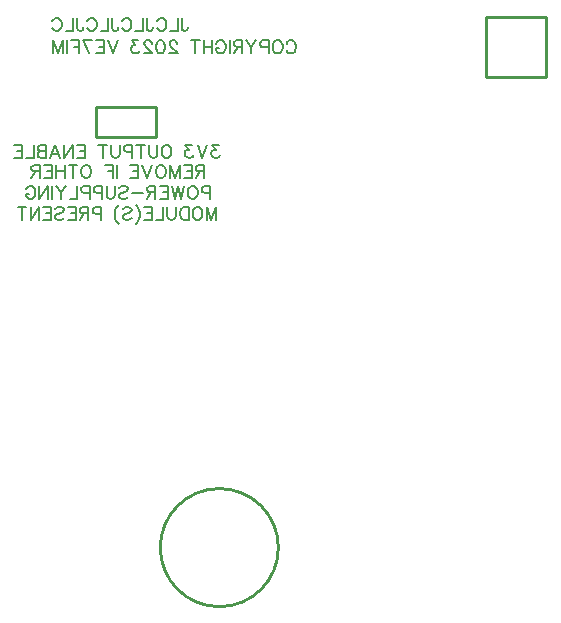
<source format=gbo>
G04 Layer: BottomSilkscreenLayer*
G04 Panelize: Stamp Hole, Column: 2, Row: 2, Board Size: 58.42mm x 58.42mm, Panelized Board Size: 122.84mm x 122.84mm*
G04 EasyEDA v6.5.38, 2023-12-21 15:28:39*
G04 fd97eb0cb9c34c2b97cff67de17a6c99,5a6b42c53f6a479593ecc07194224c93,10*
G04 Gerber Generator version 0.2*
G04 Scale: 100 percent, Rotated: No, Reflected: No *
G04 Dimensions in millimeters *
G04 leading zeros omitted , absolute positions ,4 integer and 5 decimal *
%FSLAX45Y45*%
%MOMM*%

%ADD10C,0.1520*%
%ADD11C,0.1524*%
%ADD12C,0.2540*%

%LPD*%
D10*
X1865744Y5703338D02*
G01*
X1865744Y5620212D01*
X1870941Y5604624D01*
X1876135Y5599429D01*
X1886526Y5594235D01*
X1896917Y5594235D01*
X1907308Y5599429D01*
X1912505Y5604624D01*
X1917700Y5620212D01*
X1917700Y5630603D01*
X1831454Y5703338D02*
G01*
X1831454Y5594235D01*
X1831454Y5594235D02*
G01*
X1769110Y5594235D01*
X1656887Y5677362D02*
G01*
X1662084Y5687753D01*
X1672475Y5698144D01*
X1682864Y5703338D01*
X1703646Y5703338D01*
X1714037Y5698144D01*
X1724428Y5687753D01*
X1729625Y5677362D01*
X1734820Y5661774D01*
X1734820Y5635797D01*
X1729625Y5620212D01*
X1724428Y5609821D01*
X1714037Y5599429D01*
X1703646Y5594235D01*
X1682864Y5594235D01*
X1672475Y5599429D01*
X1662084Y5609821D01*
X1656887Y5620212D01*
X1570644Y5703338D02*
G01*
X1570644Y5620212D01*
X1575838Y5604624D01*
X1581035Y5599429D01*
X1591424Y5594235D01*
X1601815Y5594235D01*
X1612206Y5599429D01*
X1617403Y5604624D01*
X1622597Y5620212D01*
X1622597Y5630603D01*
X1536354Y5703338D02*
G01*
X1536354Y5594235D01*
X1536354Y5594235D02*
G01*
X1474007Y5594235D01*
X1361785Y5677362D02*
G01*
X1366982Y5687753D01*
X1377373Y5698144D01*
X1387764Y5703338D01*
X1408544Y5703338D01*
X1418935Y5698144D01*
X1429326Y5687753D01*
X1434523Y5677362D01*
X1439717Y5661774D01*
X1439717Y5635797D01*
X1434523Y5620212D01*
X1429326Y5609821D01*
X1418935Y5599429D01*
X1408544Y5594235D01*
X1387764Y5594235D01*
X1377373Y5599429D01*
X1366982Y5609821D01*
X1361785Y5620212D01*
X1275542Y5703338D02*
G01*
X1275542Y5620212D01*
X1280736Y5604624D01*
X1285933Y5599429D01*
X1296324Y5594235D01*
X1306715Y5594235D01*
X1317104Y5599429D01*
X1322301Y5604624D01*
X1327495Y5620212D01*
X1327495Y5630603D01*
X1241252Y5703338D02*
G01*
X1241252Y5594235D01*
X1241252Y5594235D02*
G01*
X1178905Y5594235D01*
X1066685Y5677362D02*
G01*
X1071879Y5687753D01*
X1082271Y5698144D01*
X1092662Y5703338D01*
X1113444Y5703338D01*
X1123835Y5698144D01*
X1134224Y5687753D01*
X1139421Y5677362D01*
X1144615Y5661774D01*
X1144615Y5635797D01*
X1139421Y5620212D01*
X1134224Y5609821D01*
X1123835Y5599429D01*
X1113444Y5594235D01*
X1092662Y5594235D01*
X1082271Y5599429D01*
X1071879Y5609821D01*
X1066685Y5620212D01*
X980439Y5703338D02*
G01*
X980439Y5620212D01*
X985634Y5604624D01*
X990831Y5599429D01*
X1001222Y5594235D01*
X1011613Y5594235D01*
X1022004Y5599429D01*
X1027198Y5604624D01*
X1032395Y5620212D01*
X1032395Y5630603D01*
X946150Y5703338D02*
G01*
X946150Y5594235D01*
X946150Y5594235D02*
G01*
X883805Y5594235D01*
X771583Y5677362D02*
G01*
X776777Y5687753D01*
X787168Y5698144D01*
X797560Y5703338D01*
X818342Y5703338D01*
X828733Y5698144D01*
X839124Y5687753D01*
X844318Y5677362D01*
X849515Y5661774D01*
X849515Y5635797D01*
X844318Y5620212D01*
X839124Y5609821D01*
X828733Y5599429D01*
X818342Y5594235D01*
X797560Y5594235D01*
X787168Y5599429D01*
X776777Y5609821D01*
X771583Y5620212D01*
D11*
X2754167Y5486862D02*
G01*
X2759364Y5497253D01*
X2769755Y5507644D01*
X2780144Y5512838D01*
X2800926Y5512838D01*
X2811317Y5507644D01*
X2821708Y5497253D01*
X2826905Y5486862D01*
X2832100Y5471274D01*
X2832100Y5445297D01*
X2826905Y5429712D01*
X2821708Y5419321D01*
X2811317Y5408929D01*
X2800926Y5403735D01*
X2780144Y5403735D01*
X2769755Y5408929D01*
X2759364Y5419321D01*
X2754167Y5429712D01*
X2688704Y5512838D02*
G01*
X2699095Y5507644D01*
X2709486Y5497253D01*
X2714683Y5486862D01*
X2719877Y5471274D01*
X2719877Y5445297D01*
X2714683Y5429712D01*
X2709486Y5419321D01*
X2699095Y5408929D01*
X2688704Y5403735D01*
X2667924Y5403735D01*
X2657533Y5408929D01*
X2647142Y5419321D01*
X2641945Y5429712D01*
X2636751Y5445297D01*
X2636751Y5471274D01*
X2641945Y5486862D01*
X2647142Y5497253D01*
X2657533Y5507644D01*
X2667924Y5512838D01*
X2688704Y5512838D01*
X2602461Y5512838D02*
G01*
X2602461Y5403735D01*
X2602461Y5512838D02*
G01*
X2555702Y5512838D01*
X2540114Y5507644D01*
X2534920Y5502447D01*
X2529725Y5492056D01*
X2529725Y5476471D01*
X2534920Y5466079D01*
X2540114Y5460885D01*
X2555702Y5455688D01*
X2602461Y5455688D01*
X2495435Y5512838D02*
G01*
X2453871Y5460885D01*
X2453871Y5403735D01*
X2412306Y5512838D02*
G01*
X2453871Y5460885D01*
X2378016Y5512838D02*
G01*
X2378016Y5403735D01*
X2378016Y5512838D02*
G01*
X2331257Y5512838D01*
X2315672Y5507644D01*
X2310475Y5502447D01*
X2305281Y5492056D01*
X2305281Y5481665D01*
X2310475Y5471274D01*
X2315672Y5466079D01*
X2331257Y5460885D01*
X2378016Y5460885D01*
X2341648Y5460885D02*
G01*
X2305281Y5403735D01*
X2270991Y5512838D02*
G01*
X2270991Y5403735D01*
X2158768Y5486862D02*
G01*
X2163965Y5497253D01*
X2174354Y5507644D01*
X2184745Y5512838D01*
X2205527Y5512838D01*
X2215918Y5507644D01*
X2226309Y5497253D01*
X2231504Y5486862D01*
X2236701Y5471274D01*
X2236701Y5445297D01*
X2231504Y5429712D01*
X2226309Y5419321D01*
X2215918Y5408929D01*
X2205527Y5403735D01*
X2184745Y5403735D01*
X2174354Y5408929D01*
X2163965Y5419321D01*
X2158768Y5429712D01*
X2158768Y5445297D01*
X2184745Y5445297D02*
G01*
X2158768Y5445297D01*
X2124478Y5512838D02*
G01*
X2124478Y5403735D01*
X2051743Y5512838D02*
G01*
X2051743Y5403735D01*
X2124478Y5460885D02*
G01*
X2051743Y5460885D01*
X1981085Y5512838D02*
G01*
X1981085Y5403735D01*
X2017453Y5512838D02*
G01*
X1944715Y5512838D01*
X1825221Y5486862D02*
G01*
X1825221Y5492056D01*
X1820024Y5502447D01*
X1814829Y5507644D01*
X1804438Y5512838D01*
X1783656Y5512838D01*
X1773265Y5507644D01*
X1768071Y5502447D01*
X1762874Y5492056D01*
X1762874Y5481665D01*
X1768071Y5471274D01*
X1778462Y5455688D01*
X1830415Y5403735D01*
X1757679Y5403735D01*
X1692216Y5512838D02*
G01*
X1707804Y5507644D01*
X1718195Y5492056D01*
X1723389Y5466079D01*
X1723389Y5450494D01*
X1718195Y5424515D01*
X1707804Y5408929D01*
X1692216Y5403735D01*
X1681825Y5403735D01*
X1666239Y5408929D01*
X1655848Y5424515D01*
X1650654Y5450494D01*
X1650654Y5466079D01*
X1655848Y5492056D01*
X1666239Y5507644D01*
X1681825Y5512838D01*
X1692216Y5512838D01*
X1611167Y5486862D02*
G01*
X1611167Y5492056D01*
X1605973Y5502447D01*
X1600776Y5507644D01*
X1590385Y5512838D01*
X1569605Y5512838D01*
X1559214Y5507644D01*
X1554017Y5502447D01*
X1548823Y5492056D01*
X1548823Y5481665D01*
X1554017Y5471274D01*
X1564408Y5455688D01*
X1616364Y5403735D01*
X1543626Y5403735D01*
X1498945Y5512838D02*
G01*
X1441795Y5512838D01*
X1472968Y5471274D01*
X1457383Y5471274D01*
X1446992Y5466079D01*
X1441795Y5460885D01*
X1436601Y5445297D01*
X1436601Y5434906D01*
X1441795Y5419321D01*
X1452186Y5408929D01*
X1467774Y5403735D01*
X1483360Y5403735D01*
X1498945Y5408929D01*
X1504142Y5414124D01*
X1509336Y5424515D01*
X1322301Y5512838D02*
G01*
X1280736Y5403735D01*
X1239174Y5512838D02*
G01*
X1280736Y5403735D01*
X1204884Y5512838D02*
G01*
X1204884Y5403735D01*
X1204884Y5512838D02*
G01*
X1137343Y5512838D01*
X1204884Y5460885D02*
G01*
X1163320Y5460885D01*
X1204884Y5403735D02*
G01*
X1137343Y5403735D01*
X1030315Y5512838D02*
G01*
X1082271Y5403735D01*
X1103053Y5512838D02*
G01*
X1030315Y5512838D01*
X996025Y5512838D02*
G01*
X996025Y5403735D01*
X996025Y5512838D02*
G01*
X928484Y5512838D01*
X996025Y5460885D02*
G01*
X954463Y5460885D01*
X894194Y5512838D02*
G01*
X894194Y5403735D01*
X859904Y5512838D02*
G01*
X859904Y5403735D01*
X859904Y5512838D02*
G01*
X818342Y5403735D01*
X776777Y5512838D02*
G01*
X818342Y5403735D01*
X776777Y5512838D02*
G01*
X776777Y5403735D01*
X2179271Y4628728D02*
G01*
X2122121Y4628728D01*
X2153295Y4587163D01*
X2137707Y4587163D01*
X2127318Y4581969D01*
X2122121Y4576775D01*
X2116927Y4561187D01*
X2116927Y4550796D01*
X2122121Y4535210D01*
X2132512Y4524819D01*
X2148098Y4519625D01*
X2163686Y4519625D01*
X2179271Y4524819D01*
X2184468Y4530013D01*
X2189662Y4540404D01*
X2082637Y4628728D02*
G01*
X2041072Y4519625D01*
X1999508Y4628728D02*
G01*
X2041072Y4519625D01*
X1954827Y4628728D02*
G01*
X1897677Y4628728D01*
X1928850Y4587163D01*
X1913265Y4587163D01*
X1902874Y4581969D01*
X1897677Y4576775D01*
X1892482Y4561187D01*
X1892482Y4550796D01*
X1897677Y4535210D01*
X1908068Y4524819D01*
X1923656Y4519625D01*
X1939241Y4519625D01*
X1954827Y4524819D01*
X1960024Y4530013D01*
X1965218Y4540404D01*
X1747009Y4628728D02*
G01*
X1757400Y4623534D01*
X1767791Y4613142D01*
X1772988Y4602751D01*
X1778182Y4587163D01*
X1778182Y4561187D01*
X1772988Y4545601D01*
X1767791Y4535210D01*
X1757400Y4524819D01*
X1747009Y4519625D01*
X1726227Y4519625D01*
X1715838Y4524819D01*
X1705447Y4535210D01*
X1700250Y4545601D01*
X1695056Y4561187D01*
X1695056Y4587163D01*
X1700250Y4602751D01*
X1705447Y4613142D01*
X1715838Y4623534D01*
X1726227Y4628728D01*
X1747009Y4628728D01*
X1660766Y4628728D02*
G01*
X1660766Y4550796D01*
X1655569Y4535210D01*
X1645178Y4524819D01*
X1629592Y4519625D01*
X1619201Y4519625D01*
X1603616Y4524819D01*
X1593225Y4535210D01*
X1588028Y4550796D01*
X1588028Y4628728D01*
X1517370Y4628728D02*
G01*
X1517370Y4519625D01*
X1553738Y4628728D02*
G01*
X1481002Y4628728D01*
X1446712Y4628728D02*
G01*
X1446712Y4519625D01*
X1446712Y4628728D02*
G01*
X1399954Y4628728D01*
X1384368Y4623534D01*
X1379171Y4618337D01*
X1373977Y4607946D01*
X1373977Y4592360D01*
X1379171Y4581969D01*
X1384368Y4576775D01*
X1399954Y4571578D01*
X1446712Y4571578D01*
X1339687Y4628728D02*
G01*
X1339687Y4550796D01*
X1334490Y4535210D01*
X1324099Y4524819D01*
X1308514Y4519625D01*
X1298122Y4519625D01*
X1282537Y4524819D01*
X1272146Y4535210D01*
X1266949Y4550796D01*
X1266949Y4628728D01*
X1196291Y4628728D02*
G01*
X1196291Y4519625D01*
X1232659Y4628728D02*
G01*
X1159924Y4628728D01*
X1045624Y4628728D02*
G01*
X1045624Y4519625D01*
X1045624Y4628728D02*
G01*
X978082Y4628728D01*
X1045624Y4576775D02*
G01*
X1004059Y4576775D01*
X1045624Y4519625D02*
G01*
X978082Y4519625D01*
X943792Y4628728D02*
G01*
X943792Y4519625D01*
X943792Y4628728D02*
G01*
X871057Y4519625D01*
X871057Y4628728D02*
G01*
X871057Y4519625D01*
X795202Y4628728D02*
G01*
X836767Y4519625D01*
X795202Y4628728D02*
G01*
X753638Y4519625D01*
X821179Y4555992D02*
G01*
X769226Y4555992D01*
X719348Y4628728D02*
G01*
X719348Y4519625D01*
X719348Y4628728D02*
G01*
X672589Y4628728D01*
X657004Y4623534D01*
X651807Y4618337D01*
X646612Y4607946D01*
X646612Y4597554D01*
X651807Y4587163D01*
X657004Y4581969D01*
X672589Y4576775D01*
X719348Y4576775D02*
G01*
X672589Y4576775D01*
X657004Y4571578D01*
X651807Y4566384D01*
X646612Y4555992D01*
X646612Y4540404D01*
X651807Y4530013D01*
X657004Y4524819D01*
X672589Y4519625D01*
X719348Y4519625D01*
X612322Y4628728D02*
G01*
X612322Y4519625D01*
X612322Y4519625D02*
G01*
X549978Y4519625D01*
X515688Y4628728D02*
G01*
X515688Y4519625D01*
X515688Y4628728D02*
G01*
X448147Y4628728D01*
X515688Y4576775D02*
G01*
X474124Y4576775D01*
X515688Y4519625D02*
G01*
X448147Y4519625D01*
X2057394Y4458731D02*
G01*
X2057394Y4349628D01*
X2057394Y4458731D02*
G01*
X2010636Y4458731D01*
X1995050Y4453536D01*
X1989853Y4448340D01*
X1984659Y4437948D01*
X1984659Y4427557D01*
X1989853Y4417166D01*
X1995050Y4411972D01*
X2010636Y4406778D01*
X2057394Y4406778D01*
X2021027Y4406778D02*
G01*
X1984659Y4349628D01*
X1950369Y4458731D02*
G01*
X1950369Y4349628D01*
X1950369Y4458731D02*
G01*
X1882828Y4458731D01*
X1950369Y4406778D02*
G01*
X1908804Y4406778D01*
X1950369Y4349628D02*
G01*
X1882828Y4349628D01*
X1848538Y4458731D02*
G01*
X1848538Y4349628D01*
X1848538Y4458731D02*
G01*
X1806973Y4349628D01*
X1765409Y4458731D02*
G01*
X1806973Y4349628D01*
X1765409Y4458731D02*
G01*
X1765409Y4349628D01*
X1699948Y4458731D02*
G01*
X1710339Y4453536D01*
X1720730Y4443145D01*
X1725924Y4432754D01*
X1731119Y4417166D01*
X1731119Y4391190D01*
X1725924Y4375604D01*
X1720730Y4365213D01*
X1710339Y4354822D01*
X1699948Y4349628D01*
X1679166Y4349628D01*
X1668774Y4354822D01*
X1658383Y4365213D01*
X1653189Y4375604D01*
X1647992Y4391190D01*
X1647992Y4417166D01*
X1653189Y4432754D01*
X1658383Y4443145D01*
X1668774Y4453536D01*
X1679166Y4458731D01*
X1699948Y4458731D01*
X1613702Y4458731D02*
G01*
X1572140Y4349628D01*
X1530576Y4458731D02*
G01*
X1572140Y4349628D01*
X1496286Y4458731D02*
G01*
X1496286Y4349628D01*
X1496286Y4458731D02*
G01*
X1428744Y4458731D01*
X1496286Y4406778D02*
G01*
X1454721Y4406778D01*
X1496286Y4349628D02*
G01*
X1428744Y4349628D01*
X1314444Y4458731D02*
G01*
X1314444Y4349628D01*
X1280154Y4458731D02*
G01*
X1280154Y4349628D01*
X1280154Y4458731D02*
G01*
X1212613Y4458731D01*
X1280154Y4406778D02*
G01*
X1238590Y4406778D01*
X1067140Y4458731D02*
G01*
X1077531Y4453536D01*
X1087922Y4443145D01*
X1093119Y4432754D01*
X1098313Y4417166D01*
X1098313Y4391190D01*
X1093119Y4375604D01*
X1087922Y4365213D01*
X1077531Y4354822D01*
X1067140Y4349628D01*
X1046360Y4349628D01*
X1035969Y4354822D01*
X1025578Y4365213D01*
X1020381Y4375604D01*
X1015187Y4391190D01*
X1015187Y4417166D01*
X1020381Y4432754D01*
X1025578Y4443145D01*
X1035969Y4453536D01*
X1046360Y4458731D01*
X1067140Y4458731D01*
X944529Y4458731D02*
G01*
X944529Y4349628D01*
X980897Y4458731D02*
G01*
X908159Y4458731D01*
X873869Y4458731D02*
G01*
X873869Y4349628D01*
X801133Y4458731D02*
G01*
X801133Y4349628D01*
X873869Y4406778D02*
G01*
X801133Y4406778D01*
X766843Y4458731D02*
G01*
X766843Y4349628D01*
X766843Y4458731D02*
G01*
X699302Y4458731D01*
X766843Y4406778D02*
G01*
X725279Y4406778D01*
X766843Y4349628D02*
G01*
X699302Y4349628D01*
X665012Y4458731D02*
G01*
X665012Y4349628D01*
X665012Y4458731D02*
G01*
X618253Y4458731D01*
X602668Y4453536D01*
X597471Y4448340D01*
X592277Y4437948D01*
X592277Y4427557D01*
X597471Y4417166D01*
X602668Y4411972D01*
X618253Y4406778D01*
X665012Y4406778D01*
X628644Y4406778D02*
G01*
X592277Y4349628D01*
X2108194Y4280931D02*
G01*
X2108194Y4171828D01*
X2108194Y4280931D02*
G01*
X2061436Y4280931D01*
X2045850Y4275736D01*
X2040653Y4270540D01*
X2035459Y4260148D01*
X2035459Y4244563D01*
X2040653Y4234172D01*
X2045850Y4228978D01*
X2061436Y4223781D01*
X2108194Y4223781D01*
X1969996Y4280931D02*
G01*
X1980387Y4275736D01*
X1990778Y4265345D01*
X1995972Y4254954D01*
X2001169Y4239366D01*
X2001169Y4213390D01*
X1995972Y4197804D01*
X1990778Y4187413D01*
X1980387Y4177022D01*
X1969996Y4171828D01*
X1949213Y4171828D01*
X1938822Y4177022D01*
X1928431Y4187413D01*
X1923237Y4197804D01*
X1918040Y4213390D01*
X1918040Y4239366D01*
X1923237Y4254954D01*
X1928431Y4265345D01*
X1938822Y4275736D01*
X1949213Y4280931D01*
X1969996Y4280931D01*
X1883750Y4280931D02*
G01*
X1857773Y4171828D01*
X1831797Y4280931D02*
G01*
X1857773Y4171828D01*
X1831797Y4280931D02*
G01*
X1805820Y4171828D01*
X1779841Y4280931D02*
G01*
X1805820Y4171828D01*
X1745551Y4280931D02*
G01*
X1745551Y4171828D01*
X1745551Y4280931D02*
G01*
X1678010Y4280931D01*
X1745551Y4228978D02*
G01*
X1703989Y4228978D01*
X1745551Y4171828D02*
G01*
X1678010Y4171828D01*
X1643720Y4280931D02*
G01*
X1643720Y4171828D01*
X1643720Y4280931D02*
G01*
X1596961Y4280931D01*
X1581376Y4275736D01*
X1576179Y4270540D01*
X1570984Y4260148D01*
X1570984Y4249757D01*
X1576179Y4239366D01*
X1581376Y4234172D01*
X1596961Y4228978D01*
X1643720Y4228978D01*
X1607352Y4228978D02*
G01*
X1570984Y4171828D01*
X1536694Y4218586D02*
G01*
X1443177Y4218586D01*
X1336149Y4265345D02*
G01*
X1346540Y4275736D01*
X1362128Y4280931D01*
X1382910Y4280931D01*
X1398496Y4275736D01*
X1408887Y4265345D01*
X1408887Y4254954D01*
X1403690Y4244563D01*
X1398496Y4239366D01*
X1388104Y4234172D01*
X1356931Y4223781D01*
X1346540Y4218586D01*
X1341346Y4213390D01*
X1336149Y4202998D01*
X1336149Y4187413D01*
X1346540Y4177022D01*
X1362128Y4171828D01*
X1382910Y4171828D01*
X1398496Y4177022D01*
X1408887Y4187413D01*
X1301859Y4280931D02*
G01*
X1301859Y4202998D01*
X1296664Y4187413D01*
X1286273Y4177022D01*
X1270688Y4171828D01*
X1260297Y4171828D01*
X1244709Y4177022D01*
X1234320Y4187413D01*
X1229123Y4202998D01*
X1229123Y4280931D01*
X1194833Y4280931D02*
G01*
X1194833Y4171828D01*
X1194833Y4280931D02*
G01*
X1148074Y4280931D01*
X1132489Y4275736D01*
X1127292Y4270540D01*
X1122098Y4260148D01*
X1122098Y4244563D01*
X1127292Y4234172D01*
X1132489Y4228978D01*
X1148074Y4223781D01*
X1194833Y4223781D01*
X1087808Y4280931D02*
G01*
X1087808Y4171828D01*
X1087808Y4280931D02*
G01*
X1041049Y4280931D01*
X1025461Y4275736D01*
X1020267Y4270540D01*
X1015070Y4260148D01*
X1015070Y4244563D01*
X1020267Y4234172D01*
X1025461Y4228978D01*
X1041049Y4223781D01*
X1087808Y4223781D01*
X980780Y4280931D02*
G01*
X980780Y4171828D01*
X980780Y4171828D02*
G01*
X918436Y4171828D01*
X884146Y4280931D02*
G01*
X842581Y4228978D01*
X842581Y4171828D01*
X801019Y4280931D02*
G01*
X842581Y4228978D01*
X766729Y4280931D02*
G01*
X766729Y4171828D01*
X732439Y4280931D02*
G01*
X732439Y4171828D01*
X732439Y4280931D02*
G01*
X659701Y4171828D01*
X659701Y4280931D02*
G01*
X659701Y4171828D01*
X547479Y4254954D02*
G01*
X552676Y4265345D01*
X563067Y4275736D01*
X573458Y4280931D01*
X594240Y4280931D01*
X604629Y4275736D01*
X615020Y4265345D01*
X620217Y4254954D01*
X625411Y4239366D01*
X625411Y4213390D01*
X620217Y4197804D01*
X615020Y4187413D01*
X604629Y4177022D01*
X594240Y4171828D01*
X573458Y4171828D01*
X563067Y4177022D01*
X552676Y4187413D01*
X547479Y4197804D01*
X547479Y4213390D01*
X573458Y4213390D02*
G01*
X547479Y4213390D01*
X2158989Y4103123D02*
G01*
X2158989Y3994020D01*
X2158989Y4103123D02*
G01*
X2117425Y3994020D01*
X2075863Y4103123D02*
G01*
X2117425Y3994020D01*
X2075863Y4103123D02*
G01*
X2075863Y3994020D01*
X2010399Y4103123D02*
G01*
X2020790Y4097929D01*
X2031182Y4087538D01*
X2036376Y4077147D01*
X2041573Y4061559D01*
X2041573Y4035582D01*
X2036376Y4019997D01*
X2031182Y4009605D01*
X2020790Y3999214D01*
X2010399Y3994020D01*
X1989617Y3994020D01*
X1979226Y3999214D01*
X1968835Y4009605D01*
X1963640Y4019997D01*
X1958444Y4035582D01*
X1958444Y4061559D01*
X1963640Y4077147D01*
X1968835Y4087538D01*
X1979226Y4097929D01*
X1989617Y4103123D01*
X2010399Y4103123D01*
X1924154Y4103123D02*
G01*
X1924154Y3994020D01*
X1924154Y4103123D02*
G01*
X1887786Y4103123D01*
X1872200Y4097929D01*
X1861809Y4087538D01*
X1856615Y4077147D01*
X1851418Y4061559D01*
X1851418Y4035582D01*
X1856615Y4019997D01*
X1861809Y4009605D01*
X1872200Y3999214D01*
X1887786Y3994020D01*
X1924154Y3994020D01*
X1817128Y4103123D02*
G01*
X1817128Y4025191D01*
X1811934Y4009605D01*
X1801543Y3999214D01*
X1785955Y3994020D01*
X1775564Y3994020D01*
X1759978Y3999214D01*
X1749587Y4009605D01*
X1744393Y4025191D01*
X1744393Y4103123D01*
X1710103Y4103123D02*
G01*
X1710103Y3994020D01*
X1710103Y3994020D02*
G01*
X1647756Y3994020D01*
X1613466Y4103123D02*
G01*
X1613466Y3994020D01*
X1613466Y4103123D02*
G01*
X1545925Y4103123D01*
X1613466Y4051170D02*
G01*
X1571904Y4051170D01*
X1613466Y3994020D02*
G01*
X1545925Y3994020D01*
X1475267Y4123905D02*
G01*
X1485658Y4113514D01*
X1496049Y4097929D01*
X1506440Y4077147D01*
X1511635Y4051170D01*
X1511635Y4030388D01*
X1506440Y4004409D01*
X1496049Y3983629D01*
X1485658Y3968041D01*
X1475267Y3957650D01*
X1368242Y4087538D02*
G01*
X1378633Y4097929D01*
X1394218Y4103123D01*
X1415000Y4103123D01*
X1430586Y4097929D01*
X1440977Y4087538D01*
X1440977Y4077147D01*
X1435783Y4066755D01*
X1430586Y4061559D01*
X1420195Y4056364D01*
X1389024Y4045973D01*
X1378633Y4040779D01*
X1373436Y4035582D01*
X1368242Y4025191D01*
X1368242Y4009605D01*
X1378633Y3999214D01*
X1394218Y3994020D01*
X1415000Y3994020D01*
X1430586Y3999214D01*
X1440977Y4009605D01*
X1333952Y4123905D02*
G01*
X1323560Y4113514D01*
X1313169Y4097929D01*
X1302778Y4077147D01*
X1297584Y4051170D01*
X1297584Y4030388D01*
X1302778Y4004409D01*
X1313169Y3983629D01*
X1323560Y3968041D01*
X1333952Y3957650D01*
X1183284Y4103123D02*
G01*
X1183284Y3994020D01*
X1183284Y4103123D02*
G01*
X1136525Y4103123D01*
X1120937Y4097929D01*
X1115743Y4092732D01*
X1110546Y4082341D01*
X1110546Y4066755D01*
X1115743Y4056364D01*
X1120937Y4051170D01*
X1136525Y4045973D01*
X1183284Y4045973D01*
X1076256Y4103123D02*
G01*
X1076256Y3994020D01*
X1076256Y4103123D02*
G01*
X1029497Y4103123D01*
X1013912Y4097929D01*
X1008715Y4092732D01*
X1003520Y4082341D01*
X1003520Y4071950D01*
X1008715Y4061559D01*
X1013912Y4056364D01*
X1029497Y4051170D01*
X1076256Y4051170D01*
X1039888Y4051170D02*
G01*
X1003520Y3994020D01*
X969230Y4103123D02*
G01*
X969230Y3994020D01*
X969230Y4103123D02*
G01*
X901689Y4103123D01*
X969230Y4051170D02*
G01*
X927666Y4051170D01*
X969230Y3994020D02*
G01*
X901689Y3994020D01*
X794664Y4087538D02*
G01*
X805055Y4097929D01*
X820640Y4103123D01*
X841423Y4103123D01*
X857008Y4097929D01*
X867399Y4087538D01*
X867399Y4077147D01*
X862205Y4066755D01*
X857008Y4061559D01*
X846617Y4056364D01*
X815444Y4045973D01*
X805055Y4040779D01*
X799858Y4035582D01*
X794664Y4025191D01*
X794664Y4009605D01*
X805055Y3999214D01*
X820640Y3994020D01*
X841423Y3994020D01*
X857008Y3999214D01*
X867399Y4009605D01*
X760374Y4103123D02*
G01*
X760374Y3994020D01*
X760374Y4103123D02*
G01*
X692833Y4103123D01*
X760374Y4051170D02*
G01*
X718809Y4051170D01*
X760374Y3994020D02*
G01*
X692833Y3994020D01*
X658543Y4103123D02*
G01*
X658543Y3994020D01*
X658543Y4103123D02*
G01*
X585805Y3994020D01*
X585805Y4103123D02*
G01*
X585805Y3994020D01*
X515147Y4103123D02*
G01*
X515147Y3994020D01*
X551515Y4103123D02*
G01*
X478779Y4103123D01*
D12*
X1650997Y4952989D02*
G01*
X1650997Y4698989D01*
X1142997Y4698989D01*
X1142997Y4952989D01*
X1650997Y4952989D01*
X1650997Y4698989D01*
G75*
G01
X2684399Y1219200D02*
G03X2684399Y1219200I-499999J0D01*
X4445000Y5715000D02*
G01*
X4953000Y5715000D01*
X4953000Y5207000D01*
X4445000Y5207000D01*
X4445000Y5715000D01*
M02*

</source>
